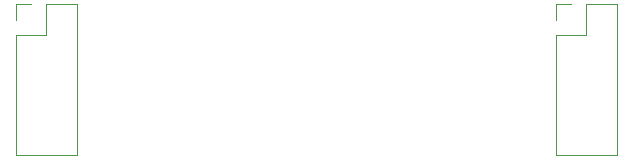
<source format=gbr>
%TF.GenerationSoftware,KiCad,Pcbnew,5.99.0-unknown-acf13a186~104~ubuntu20.04.1*%
%TF.CreationDate,2020-09-23T14:04:27+02:00*%
%TF.ProjectId,matrixctl,6d617472-6978-4637-946c-2e6b69636164,rev?*%
%TF.SameCoordinates,Original*%
%TF.FileFunction,Legend,Bot*%
%TF.FilePolarity,Positive*%
%FSLAX46Y46*%
G04 Gerber Fmt 4.6, Leading zero omitted, Abs format (unit mm)*
G04 Created by KiCad (PCBNEW 5.99.0-unknown-acf13a186~104~ubuntu20.04.1) date 2020-09-23 14:04:27*
%MOMM*%
%LPD*%
G01*
G04 APERTURE LIST*
%ADD10C,0.120000*%
%ADD11R,1.700000X1.700000*%
%ADD12O,1.700000X1.700000*%
%ADD13C,1.600000*%
%ADD14O,1.100000X5.500000*%
%ADD15C,1.450000*%
%ADD16O,1.200000X1.900000*%
G04 APERTURE END LIST*
D10*
%TO.C,J101*%
X99060000Y-105545000D02*
X97730000Y-105545000D01*
X97730000Y-108145000D02*
X97730000Y-118365000D01*
X102930000Y-105545000D02*
X100330000Y-105545000D01*
X100330000Y-108145000D02*
X97730000Y-108145000D01*
X102930000Y-105545000D02*
X102930000Y-118365000D01*
X100330000Y-105545000D02*
X100330000Y-108145000D01*
X102930000Y-118365000D02*
X97730000Y-118365000D01*
X97730000Y-105545000D02*
X97730000Y-106875000D01*
%TO.C,J102*%
X148650000Y-105545000D02*
X148650000Y-118365000D01*
X144780000Y-105545000D02*
X143450000Y-105545000D01*
X143450000Y-105545000D02*
X143450000Y-106875000D01*
X143450000Y-108145000D02*
X143450000Y-118365000D01*
X146050000Y-108145000D02*
X143450000Y-108145000D01*
X146050000Y-105545000D02*
X146050000Y-108145000D01*
X148650000Y-118365000D02*
X143450000Y-118365000D01*
X148650000Y-105545000D02*
X146050000Y-105545000D01*
%TD*%
%LPC*%
D11*
%TO.C,J103*%
X121200000Y-117800000D03*
D12*
X123740000Y-117800000D03*
X126280000Y-117800000D03*
X128820000Y-117800000D03*
X131360000Y-117800000D03*
X133900000Y-117800000D03*
X136440000Y-117800000D03*
X138980000Y-117800000D03*
%TD*%
D11*
%TO.C,J1*%
X155700000Y-126200000D03*
D12*
X158240000Y-126200000D03*
%TD*%
D13*
%TO.C,U2*%
X136400000Y-129150000D03*
X110400000Y-129150000D03*
D14*
X150400000Y-130810000D03*
X96400000Y-130810000D03*
%TD*%
D15*
%TO.C,J104*%
X154500000Y-129737500D03*
X159500000Y-129737500D03*
D16*
X153500000Y-132437500D03*
X160500000Y-132437500D03*
%TD*%
D11*
%TO.C,J101*%
X99060000Y-106875000D03*
D12*
X101600000Y-106875000D03*
X99060000Y-109415000D03*
X101600000Y-109415000D03*
X99060000Y-111955000D03*
X101600000Y-111955000D03*
X99060000Y-114495000D03*
X101600000Y-114495000D03*
X99060000Y-117035000D03*
X101600000Y-117035000D03*
%TD*%
D11*
%TO.C,J102*%
X144780000Y-106875000D03*
D12*
X147320000Y-106875000D03*
X144780000Y-109415000D03*
X147320000Y-109415000D03*
X144780000Y-111955000D03*
X147320000Y-111955000D03*
X144780000Y-114495000D03*
X147320000Y-114495000D03*
X144780000Y-117035000D03*
X147320000Y-117035000D03*
%TD*%
M02*

</source>
